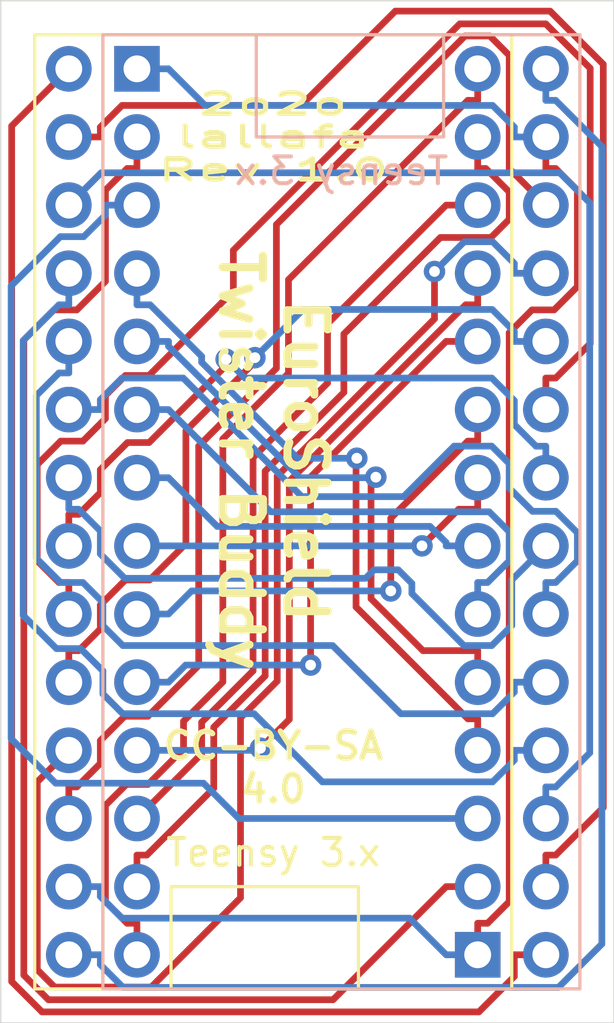
<source format=kicad_pcb>
(kicad_pcb (version 20171130) (host pcbnew "(5.1.5-0-10_14)")

  (general
    (thickness 1.6)
    (drawings 23)
    (tracks 330)
    (zones 0)
    (modules 4)
    (nets 28)
  )

  (page A4)
  (layers
    (0 F.Cu signal hide)
    (31 B.Cu signal hide)
    (32 B.Adhes user hide)
    (33 F.Adhes user hide)
    (34 B.Paste user hide)
    (35 F.Paste user hide)
    (36 B.SilkS user)
    (37 F.SilkS user)
    (38 B.Mask user hide)
    (39 F.Mask user hide)
    (40 Dwgs.User user hide)
    (41 Cmts.User user hide)
    (42 Eco1.User user hide)
    (43 Eco2.User user hide)
    (44 Edge.Cuts user)
    (45 Margin user hide)
    (46 B.CrtYd user hide)
    (47 F.CrtYd user hide)
    (48 B.Fab user hide)
    (49 F.Fab user hide)
  )

  (setup
    (last_trace_width 0.25)
    (user_trace_width 0.254)
    (user_trace_width 0.381)
    (trace_clearance 0.2)
    (zone_clearance 0.508)
    (zone_45_only no)
    (trace_min 0.2)
    (via_size 0.8)
    (via_drill 0.4)
    (via_min_size 0.4)
    (via_min_drill 0.3)
    (uvia_size 0.3)
    (uvia_drill 0.1)
    (uvias_allowed no)
    (uvia_min_size 0.2)
    (uvia_min_drill 0.1)
    (edge_width 0.05)
    (segment_width 0.2)
    (pcb_text_width 0.3)
    (pcb_text_size 1.5 1.5)
    (mod_edge_width 0.12)
    (mod_text_size 1 1)
    (mod_text_width 0.15)
    (pad_size 3.5 3.5)
    (pad_drill 2.2)
    (pad_to_mask_clearance 0.051)
    (solder_mask_min_width 0.25)
    (aux_axis_origin 0 0)
    (visible_elements FFFFFF7F)
    (pcbplotparams
      (layerselection 0x010fc_ffffffff)
      (usegerberextensions false)
      (usegerberattributes false)
      (usegerberadvancedattributes false)
      (creategerberjobfile false)
      (excludeedgelayer true)
      (linewidth 0.100000)
      (plotframeref false)
      (viasonmask false)
      (mode 1)
      (useauxorigin false)
      (hpglpennumber 1)
      (hpglpenspeed 20)
      (hpglpendiameter 15.000000)
      (psnegative false)
      (psa4output false)
      (plotreference true)
      (plotvalue true)
      (plotinvisibletext false)
      (padsonsilk false)
      (subtractmaskfromsilk false)
      (outputformat 1)
      (mirror false)
      (drillshape 0)
      (scaleselection 1)
      (outputdirectory "gerber/"))
  )

  (net 0 "")
  (net 1 /MISO)
  (net 2 /MCLK)
  (net 3 /CS)
  (net 4 /BCLK)
  (net 5 /DSP_RST)
  (net 6 /MOSI)
  (net 7 /LED4)
  (net 8 /LED3)
  (net 9 /LED2)
  (net 10 /LED1)
  (net 11 /BUTTON)
  (net 12 /MIDI_OUT)
  (net 13 /MIDI_IN)
  (net 14 /DOUT)
  (net 15 /SCK)
  (net 16 /DSP_C_S)
  (net 17 /ENC_B)
  (net 18 /ENC_A)
  (net 19 /SDA)
  (net 20 /SCL)
  (net 21 /UP_POT)
  (net 22 /LO_POT)
  (net 23 /DIN)
  (net 24 /LRCLK)
  (net 25 /3.3V)
  (net 26 /VIN)
  (net 27 GND)

  (net_class Default "Dies ist die voreingestellte Netzklasse."
    (clearance 0.2)
    (trace_width 0.25)
    (via_dia 0.8)
    (via_drill 0.4)
    (uvia_dia 0.3)
    (uvia_drill 0.1)
    (add_net /3.3V)
    (add_net /BCLK)
    (add_net /BUTTON)
    (add_net /CS)
    (add_net /DIN)
    (add_net /DOUT)
    (add_net /DSP_C_S)
    (add_net /DSP_RST)
    (add_net /ENC_A)
    (add_net /ENC_B)
    (add_net /LED1)
    (add_net /LED2)
    (add_net /LED3)
    (add_net /LED4)
    (add_net /LO_POT)
    (add_net /LRCLK)
    (add_net /MCLK)
    (add_net /MIDI_IN)
    (add_net /MIDI_OUT)
    (add_net /MISO)
    (add_net /MOSI)
    (add_net /SCK)
    (add_net /SCL)
    (add_net /SDA)
    (add_net /UP_POT)
    (add_net /VIN)
    (add_net GND)
  )

  (module Connector_PinHeader_2.54mm:PinHeader_1x14_P2.54mm_Vertical_NoSilk_NoPin1 (layer F.Cu) (tedit 5F5D18B6) (tstamp 5F80D6E4)
    (at 152.4 71.12)
    (descr "Through hole straight pin header, 1x14, 2.54mm pitch, single row")
    (tags "Through hole pin header THT 1x14 2.54mm single row")
    (path /5F8163AA)
    (fp_text reference J4 (at 0 -2.33) (layer F.SilkS) hide
      (effects (font (size 1 1) (thickness 0.15)))
    )
    (fp_text value T3_Right_B (at 0 35.35) (layer F.Fab)
      (effects (font (size 1 1) (thickness 0.15)))
    )
    (fp_text user %R (at 0 16.51 90) (layer F.Fab)
      (effects (font (size 1 1) (thickness 0.15)))
    )
    (fp_line (start 1.8 -1.8) (end -1.8 -1.8) (layer F.CrtYd) (width 0.05))
    (fp_line (start 1.8 34.8) (end 1.8 -1.8) (layer F.CrtYd) (width 0.05))
    (fp_line (start -1.8 34.8) (end 1.8 34.8) (layer F.CrtYd) (width 0.05))
    (fp_line (start -1.8 -1.8) (end -1.8 34.8) (layer F.CrtYd) (width 0.05))
    (fp_line (start -1.27 -0.635) (end -0.635 -1.27) (layer F.Fab) (width 0.1))
    (fp_line (start -1.27 34.29) (end -1.27 -0.635) (layer F.Fab) (width 0.1))
    (fp_line (start 1.27 34.29) (end -1.27 34.29) (layer F.Fab) (width 0.1))
    (fp_line (start 1.27 -1.27) (end 1.27 34.29) (layer F.Fab) (width 0.1))
    (fp_line (start -0.635 -1.27) (end 1.27 -1.27) (layer F.Fab) (width 0.1))
    (pad 14 thru_hole oval (at 0 33.02) (size 1.7 1.7) (drill 1) (layers *.Cu *.Mask)
      (net 14 /DOUT))
    (pad 13 thru_hole oval (at 0 30.48) (size 1.7 1.7) (drill 1) (layers *.Cu *.Mask)
      (net 15 /SCK))
    (pad 12 thru_hole oval (at 0 27.94) (size 1.7 1.7) (drill 1) (layers *.Cu *.Mask)
      (net 16 /DSP_C_S))
    (pad 11 thru_hole oval (at 0 25.4) (size 1.7 1.7) (drill 1) (layers *.Cu *.Mask)
      (net 17 /ENC_B))
    (pad 10 thru_hole oval (at 0 22.86) (size 1.7 1.7) (drill 1) (layers *.Cu *.Mask)
      (net 18 /ENC_A))
    (pad 9 thru_hole oval (at 0 20.32) (size 1.7 1.7) (drill 1) (layers *.Cu *.Mask)
      (net 19 /SDA))
    (pad 8 thru_hole oval (at 0 17.78) (size 1.7 1.7) (drill 1) (layers *.Cu *.Mask)
      (net 20 /SCL))
    (pad 7 thru_hole oval (at 0 15.24) (size 1.7 1.7) (drill 1) (layers *.Cu *.Mask)
      (net 21 /UP_POT))
    (pad 6 thru_hole oval (at 0 12.7) (size 1.7 1.7) (drill 1) (layers *.Cu *.Mask)
      (net 22 /LO_POT))
    (pad 5 thru_hole oval (at 0 10.16) (size 1.7 1.7) (drill 1) (layers *.Cu *.Mask)
      (net 23 /DIN))
    (pad 4 thru_hole oval (at 0 7.62) (size 1.7 1.7) (drill 1) (layers *.Cu *.Mask)
      (net 24 /LRCLK))
    (pad 3 thru_hole oval (at 0 5.08) (size 1.7 1.7) (drill 1) (layers *.Cu *.Mask)
      (net 25 /3.3V))
    (pad 2 thru_hole oval (at 0 2.54) (size 1.7 1.7) (drill 1) (layers *.Cu *.Mask)
      (net 27 GND))
    (pad 1 thru_hole oval (at 0 0) (size 1.7 1.7) (drill 1) (layers *.Cu *.Mask)
      (net 26 /VIN))
    (model ${KISYS3DMOD}/Connector_PinHeader_2.54mm.3dshapes/PinHeader_1x14_P2.54mm_Vertical.wrl
      (at (xyz 0 0 0))
      (scale (xyz 1 1 1))
      (rotate (xyz 0 0 0))
    )
  )

  (module Connector_PinHeader_2.54mm:PinHeader_1x14_P2.54mm_Vertical_NoSilk (layer F.Cu) (tedit 5F5D18D8) (tstamp 5F80D6C8)
    (at 137.16 71.12)
    (descr "Through hole straight pin header, 1x14, 2.54mm pitch, single row")
    (tags "Through hole pin header THT 1x14 2.54mm single row")
    (path /5F8163A4)
    (fp_text reference J3 (at 0 -2.33) (layer F.SilkS) hide
      (effects (font (size 1 1) (thickness 0.15)))
    )
    (fp_text value T3_Left_B (at 0 35.35) (layer F.Fab) hide
      (effects (font (size 1 1) (thickness 0.15)))
    )
    (fp_line (start -0.635 -1.27) (end 1.27 -1.27) (layer F.Fab) (width 0.1))
    (fp_line (start 1.27 -1.27) (end 1.27 34.29) (layer F.Fab) (width 0.1))
    (fp_line (start 1.27 34.29) (end -1.27 34.29) (layer F.Fab) (width 0.1))
    (fp_line (start -1.27 34.29) (end -1.27 -0.635) (layer F.Fab) (width 0.1))
    (fp_line (start -1.27 -0.635) (end -0.635 -1.27) (layer F.Fab) (width 0.1))
    (fp_line (start -1.8 -1.8) (end -1.8 34.8) (layer F.CrtYd) (width 0.05))
    (fp_line (start -1.8 34.8) (end 1.8 34.8) (layer F.CrtYd) (width 0.05))
    (fp_line (start 1.8 34.8) (end 1.8 -1.8) (layer F.CrtYd) (width 0.05))
    (fp_line (start 1.8 -1.8) (end -1.8 -1.8) (layer F.CrtYd) (width 0.05))
    (fp_text user %R (at 0 16.51 90) (layer F.Fab)
      (effects (font (size 1 1) (thickness 0.15)))
    )
    (pad 1 thru_hole rect (at 0 0) (size 1.7 1.7) (drill 1) (layers *.Cu *.Mask)
      (net 27 GND))
    (pad 2 thru_hole oval (at 0 2.54) (size 1.7 1.7) (drill 1) (layers *.Cu *.Mask)
      (net 13 /MIDI_IN))
    (pad 3 thru_hole oval (at 0 5.08) (size 1.7 1.7) (drill 1) (layers *.Cu *.Mask)
      (net 12 /MIDI_OUT))
    (pad 4 thru_hole oval (at 0 7.62) (size 1.7 1.7) (drill 1) (layers *.Cu *.Mask)
      (net 11 /BUTTON))
    (pad 5 thru_hole oval (at 0 10.16) (size 1.7 1.7) (drill 1) (layers *.Cu *.Mask)
      (net 10 /LED1))
    (pad 6 thru_hole oval (at 0 12.7) (size 1.7 1.7) (drill 1) (layers *.Cu *.Mask)
      (net 9 /LED2))
    (pad 7 thru_hole oval (at 0 15.24) (size 1.7 1.7) (drill 1) (layers *.Cu *.Mask)
      (net 8 /LED3))
    (pad 8 thru_hole oval (at 0 17.78) (size 1.7 1.7) (drill 1) (layers *.Cu *.Mask)
      (net 7 /LED4))
    (pad 9 thru_hole oval (at 0 20.32) (size 1.7 1.7) (drill 1) (layers *.Cu *.Mask)
      (net 6 /MOSI))
    (pad 10 thru_hole oval (at 0 22.86) (size 1.7 1.7) (drill 1) (layers *.Cu *.Mask)
      (net 5 /DSP_RST))
    (pad 11 thru_hole oval (at 0 25.4) (size 1.7 1.7) (drill 1) (layers *.Cu *.Mask)
      (net 4 /BCLK))
    (pad 12 thru_hole oval (at 0 27.94) (size 1.7 1.7) (drill 1) (layers *.Cu *.Mask)
      (net 3 /CS))
    (pad 13 thru_hole oval (at 0 30.48) (size 1.7 1.7) (drill 1) (layers *.Cu *.Mask)
      (net 2 /MCLK))
    (pad 14 thru_hole oval (at 0 33.02) (size 1.7 1.7) (drill 1) (layers *.Cu *.Mask)
      (net 1 /MISO))
    (model ${KISYS3DMOD}/Connector_PinHeader_2.54mm.3dshapes/PinHeader_1x14_P2.54mm_Vertical.wrl
      (at (xyz 0 0 0))
      (scale (xyz 1 1 1))
      (rotate (xyz 0 0 0))
    )
  )

  (module Connector_PinHeader_2.54mm:PinHeader_1x14_P2.54mm_Vertical_NoSilk (layer F.Cu) (tedit 5F5D18D8) (tstamp 5F5F7A49)
    (at 149.86 104.14 180)
    (descr "Through hole straight pin header, 1x14, 2.54mm pitch, single row")
    (tags "Through hole pin header THT 1x14 2.54mm single row")
    (path /5F5FF9D8)
    (fp_text reference J1 (at 0 -2.33) (layer F.SilkS) hide
      (effects (font (size 1 1) (thickness 0.15)))
    )
    (fp_text value T3_Left (at 0 35.35) (layer F.Fab) hide
      (effects (font (size 1 1) (thickness 0.15)))
    )
    (fp_line (start -0.635 -1.27) (end 1.27 -1.27) (layer F.Fab) (width 0.1))
    (fp_line (start 1.27 -1.27) (end 1.27 34.29) (layer F.Fab) (width 0.1))
    (fp_line (start 1.27 34.29) (end -1.27 34.29) (layer F.Fab) (width 0.1))
    (fp_line (start -1.27 34.29) (end -1.27 -0.635) (layer F.Fab) (width 0.1))
    (fp_line (start -1.27 -0.635) (end -0.635 -1.27) (layer F.Fab) (width 0.1))
    (fp_line (start -1.8 -1.8) (end -1.8 34.8) (layer F.CrtYd) (width 0.05))
    (fp_line (start -1.8 34.8) (end 1.8 34.8) (layer F.CrtYd) (width 0.05))
    (fp_line (start 1.8 34.8) (end 1.8 -1.8) (layer F.CrtYd) (width 0.05))
    (fp_line (start 1.8 -1.8) (end -1.8 -1.8) (layer F.CrtYd) (width 0.05))
    (fp_text user %R (at 0 16.51 90) (layer F.Fab)
      (effects (font (size 1 1) (thickness 0.15)))
    )
    (pad 1 thru_hole rect (at 0 0 180) (size 1.7 1.7) (drill 1) (layers *.Cu *.Mask)
      (net 27 GND))
    (pad 2 thru_hole oval (at 0 2.54 180) (size 1.7 1.7) (drill 1) (layers *.Cu *.Mask)
      (net 13 /MIDI_IN))
    (pad 3 thru_hole oval (at 0 5.08 180) (size 1.7 1.7) (drill 1) (layers *.Cu *.Mask)
      (net 12 /MIDI_OUT))
    (pad 4 thru_hole oval (at 0 7.62 180) (size 1.7 1.7) (drill 1) (layers *.Cu *.Mask)
      (net 11 /BUTTON))
    (pad 5 thru_hole oval (at 0 10.16 180) (size 1.7 1.7) (drill 1) (layers *.Cu *.Mask)
      (net 10 /LED1))
    (pad 6 thru_hole oval (at 0 12.7 180) (size 1.7 1.7) (drill 1) (layers *.Cu *.Mask)
      (net 9 /LED2))
    (pad 7 thru_hole oval (at 0 15.24 180) (size 1.7 1.7) (drill 1) (layers *.Cu *.Mask)
      (net 8 /LED3))
    (pad 8 thru_hole oval (at 0 17.78 180) (size 1.7 1.7) (drill 1) (layers *.Cu *.Mask)
      (net 7 /LED4))
    (pad 9 thru_hole oval (at 0 20.32 180) (size 1.7 1.7) (drill 1) (layers *.Cu *.Mask)
      (net 6 /MOSI))
    (pad 10 thru_hole oval (at 0 22.86 180) (size 1.7 1.7) (drill 1) (layers *.Cu *.Mask)
      (net 5 /DSP_RST))
    (pad 11 thru_hole oval (at 0 25.4 180) (size 1.7 1.7) (drill 1) (layers *.Cu *.Mask)
      (net 4 /BCLK))
    (pad 12 thru_hole oval (at 0 27.94 180) (size 1.7 1.7) (drill 1) (layers *.Cu *.Mask)
      (net 3 /CS))
    (pad 13 thru_hole oval (at 0 30.48 180) (size 1.7 1.7) (drill 1) (layers *.Cu *.Mask)
      (net 2 /MCLK))
    (pad 14 thru_hole oval (at 0 33.02 180) (size 1.7 1.7) (drill 1) (layers *.Cu *.Mask)
      (net 1 /MISO))
    (model ${KISYS3DMOD}/Connector_PinHeader_2.54mm.3dshapes/PinHeader_1x14_P2.54mm_Vertical.wrl
      (at (xyz 0 0 0))
      (scale (xyz 1 1 1))
      (rotate (xyz 0 0 0))
    )
  )

  (module Connector_PinHeader_2.54mm:PinHeader_1x14_P2.54mm_Vertical_NoSilk_NoPin1 (layer F.Cu) (tedit 5F5D18B6) (tstamp 5F5F7A6B)
    (at 134.62 104.14 180)
    (descr "Through hole straight pin header, 1x14, 2.54mm pitch, single row")
    (tags "Through hole pin header THT 1x14 2.54mm single row")
    (path /5F601FF7)
    (fp_text reference J2 (at 0 -2.33) (layer F.SilkS) hide
      (effects (font (size 1 1) (thickness 0.15)))
    )
    (fp_text value T3_Right (at 0 35.35) (layer F.Fab)
      (effects (font (size 1 1) (thickness 0.15)))
    )
    (fp_text user %R (at 0 16.51 90) (layer F.Fab)
      (effects (font (size 1 1) (thickness 0.15)))
    )
    (fp_line (start 1.8 -1.8) (end -1.8 -1.8) (layer F.CrtYd) (width 0.05))
    (fp_line (start 1.8 34.8) (end 1.8 -1.8) (layer F.CrtYd) (width 0.05))
    (fp_line (start -1.8 34.8) (end 1.8 34.8) (layer F.CrtYd) (width 0.05))
    (fp_line (start -1.8 -1.8) (end -1.8 34.8) (layer F.CrtYd) (width 0.05))
    (fp_line (start -1.27 -0.635) (end -0.635 -1.27) (layer F.Fab) (width 0.1))
    (fp_line (start -1.27 34.29) (end -1.27 -0.635) (layer F.Fab) (width 0.1))
    (fp_line (start 1.27 34.29) (end -1.27 34.29) (layer F.Fab) (width 0.1))
    (fp_line (start 1.27 -1.27) (end 1.27 34.29) (layer F.Fab) (width 0.1))
    (fp_line (start -0.635 -1.27) (end 1.27 -1.27) (layer F.Fab) (width 0.1))
    (pad 14 thru_hole oval (at 0 33.02 180) (size 1.7 1.7) (drill 1) (layers *.Cu *.Mask)
      (net 14 /DOUT))
    (pad 13 thru_hole oval (at 0 30.48 180) (size 1.7 1.7) (drill 1) (layers *.Cu *.Mask)
      (net 15 /SCK))
    (pad 12 thru_hole oval (at 0 27.94 180) (size 1.7 1.7) (drill 1) (layers *.Cu *.Mask)
      (net 16 /DSP_C_S))
    (pad 11 thru_hole oval (at 0 25.4 180) (size 1.7 1.7) (drill 1) (layers *.Cu *.Mask)
      (net 17 /ENC_B))
    (pad 10 thru_hole oval (at 0 22.86 180) (size 1.7 1.7) (drill 1) (layers *.Cu *.Mask)
      (net 18 /ENC_A))
    (pad 9 thru_hole oval (at 0 20.32 180) (size 1.7 1.7) (drill 1) (layers *.Cu *.Mask)
      (net 19 /SDA))
    (pad 8 thru_hole oval (at 0 17.78 180) (size 1.7 1.7) (drill 1) (layers *.Cu *.Mask)
      (net 20 /SCL))
    (pad 7 thru_hole oval (at 0 15.24 180) (size 1.7 1.7) (drill 1) (layers *.Cu *.Mask)
      (net 21 /UP_POT))
    (pad 6 thru_hole oval (at 0 12.7 180) (size 1.7 1.7) (drill 1) (layers *.Cu *.Mask)
      (net 22 /LO_POT))
    (pad 5 thru_hole oval (at 0 10.16 180) (size 1.7 1.7) (drill 1) (layers *.Cu *.Mask)
      (net 23 /DIN))
    (pad 4 thru_hole oval (at 0 7.62 180) (size 1.7 1.7) (drill 1) (layers *.Cu *.Mask)
      (net 24 /LRCLK))
    (pad 3 thru_hole oval (at 0 5.08 180) (size 1.7 1.7) (drill 1) (layers *.Cu *.Mask)
      (net 25 /3.3V))
    (pad 2 thru_hole oval (at 0 2.54 180) (size 1.7 1.7) (drill 1) (layers *.Cu *.Mask)
      (net 27 GND))
    (pad 1 thru_hole oval (at 0 0 180) (size 1.7 1.7) (drill 1) (layers *.Cu *.Mask)
      (net 26 /VIN))
    (model ${KISYS3DMOD}/Connector_PinHeader_2.54mm.3dshapes/PinHeader_1x14_P2.54mm_Vertical.wrl
      (at (xyz 0 0 0))
      (scale (xyz 1 1 1))
      (rotate (xyz 0 0 0))
    )
  )

  (gr_text "CC-BY-SA\n4.0" (at 142.24 97.155) (layer F.SilkS)
    (effects (font (size 1 1) (thickness 0.2)))
  )
  (gr_line (start 135.89 69.85) (end 153.67 69.85) (layer B.SilkS) (width 0.12) (tstamp 5F80D7B1))
  (gr_line (start 153.67 69.85) (end 153.67 105.41) (layer B.SilkS) (width 0.12) (tstamp 5F80D7B0))
  (gr_line (start 153.67 105.41) (end 135.89 105.41) (layer B.SilkS) (width 0.12) (tstamp 5F80D7AF))
  (gr_line (start 135.89 105.41) (end 135.89 69.85) (layer B.SilkS) (width 0.12) (tstamp 5F80D7AE))
  (gr_line (start 141.605 69.85) (end 141.605 73.66) (layer B.SilkS) (width 0.12) (tstamp 5F80D7AD))
  (gr_line (start 141.605 73.66) (end 148.59 73.66) (layer B.SilkS) (width 0.12) (tstamp 5F80D7AC))
  (gr_line (start 148.59 73.66) (end 148.59 69.85) (layer B.SilkS) (width 0.12) (tstamp 5F80D7AB))
  (gr_text "Teensy 3.x\n" (at 144.78 74.93) (layer B.SilkS) (tstamp 5F80D7AA)
    (effects (font (size 1 1) (thickness 0.15)) (justify mirror))
  )
  (gr_line (start 132.08 106.68) (end 154.94 106.68) (layer Edge.Cuts) (width 0.05))
  (gr_text "EuroShield\nTwister Buddy" (at 142.24 85.725 270) (layer F.SilkS)
    (effects (font (size 1.5 1.5) (thickness 0.3)))
  )
  (gr_text "2o2o\nlallafa\nRev 1.0" (at 142.24 73.66) (layer F.SilkS)
    (effects (font (size 0.762 1.5) (thickness 0.1905)))
  )
  (gr_text "Teensy 3.x\n" (at 142.24 100.33) (layer F.SilkS)
    (effects (font (size 1 1) (thickness 0.15)))
  )
  (gr_line (start 138.43 101.6) (end 138.43 105.41) (layer F.SilkS) (width 0.12))
  (gr_line (start 145.415 101.6) (end 138.43 101.6) (layer F.SilkS) (width 0.12))
  (gr_line (start 145.415 105.41) (end 145.415 101.6) (layer F.SilkS) (width 0.12))
  (gr_line (start 151.13 69.85) (end 151.13 105.41) (layer F.SilkS) (width 0.12) (tstamp 5F65406F))
  (gr_line (start 133.35 69.85) (end 151.13 69.85) (layer F.SilkS) (width 0.12))
  (gr_line (start 133.35 105.41) (end 133.35 69.85) (layer F.SilkS) (width 0.12))
  (gr_line (start 151.13 105.41) (end 133.35 105.41) (layer F.SilkS) (width 0.12) (tstamp 5F653CD7))
  (gr_line (start 132.08 106.68) (end 132.08 68.58) (angle 90) (layer Edge.Cuts) (width 0.05))
  (gr_line (start 154.94 68.58) (end 154.94 106.68) (angle 90) (layer Edge.Cuts) (width 0.05))
  (gr_line (start 132.08 68.58) (end 154.94 68.58) (angle 90) (layer Edge.Cuts) (width 0.05))

  (segment (start 149.86 72.2953) (end 149.4927 72.2953) (width 0.25) (layer F.Cu) (net 1))
  (segment (start 149.4927 72.2953) (end 142.8077 78.9803) (width 0.25) (layer F.Cu) (net 1))
  (segment (start 142.8077 78.9803) (end 142.8077 82.468) (width 0.25) (layer F.Cu) (net 1))
  (segment (start 142.8077 82.468) (end 140.3616 84.9141) (width 0.25) (layer F.Cu) (net 1))
  (segment (start 140.3616 84.9141) (end 140.3616 93.9692) (width 0.25) (layer F.Cu) (net 1))
  (segment (start 140.3616 93.9692) (end 138.8963 95.4345) (width 0.25) (layer F.Cu) (net 1))
  (segment (start 138.8963 95.4345) (end 138.8963 96.4668) (width 0.25) (layer F.Cu) (net 1))
  (segment (start 138.8963 96.4668) (end 137.5731 97.79) (width 0.25) (layer F.Cu) (net 1))
  (segment (start 137.5731 97.79) (end 136.7657 97.79) (width 0.25) (layer F.Cu) (net 1))
  (segment (start 136.7657 97.79) (end 135.9847 98.571) (width 0.25) (layer F.Cu) (net 1))
  (segment (start 135.9847 98.571) (end 135.9847 102.1568) (width 0.25) (layer F.Cu) (net 1))
  (segment (start 135.9847 102.1568) (end 136.7926 102.9647) (width 0.25) (layer F.Cu) (net 1))
  (segment (start 136.7926 102.9647) (end 137.16 102.9647) (width 0.25) (layer F.Cu) (net 1))
  (segment (start 149.86 71.12) (end 149.86 72.2953) (width 0.25) (layer F.Cu) (net 1))
  (segment (start 137.16 104.14) (end 137.16 102.9647) (width 0.25) (layer F.Cu) (net 1))
  (segment (start 137.16 100.4247) (end 137.5273 100.4247) (width 0.25) (layer F.Cu) (net 2))
  (segment (start 137.5273 100.4247) (end 140.022 97.93) (width 0.25) (layer F.Cu) (net 2))
  (segment (start 140.022 97.93) (end 140.022 95.6594) (width 0.25) (layer F.Cu) (net 2))
  (segment (start 140.022 95.6594) (end 141.9378 93.7436) (width 0.25) (layer F.Cu) (net 2))
  (segment (start 141.9378 93.7436) (end 141.9378 86.1138) (width 0.25) (layer F.Cu) (net 2))
  (segment (start 141.9378 86.1138) (end 144.8716 83.18) (width 0.25) (layer F.Cu) (net 2))
  (segment (start 144.8716 83.18) (end 144.8716 81.0049) (width 0.25) (layer F.Cu) (net 2))
  (segment (start 144.8716 81.0049) (end 148.471 77.4055) (width 0.25) (layer F.Cu) (net 2))
  (segment (start 148.471 77.4055) (end 150.3555 77.4055) (width 0.25) (layer F.Cu) (net 2))
  (segment (start 150.3555 77.4055) (end 151.0354 76.7256) (width 0.25) (layer F.Cu) (net 2))
  (segment (start 151.0354 76.7256) (end 151.0354 75.7078) (width 0.25) (layer F.Cu) (net 2))
  (segment (start 151.0354 75.7078) (end 150.1629 74.8353) (width 0.25) (layer F.Cu) (net 2))
  (segment (start 150.1629 74.8353) (end 149.86 74.8353) (width 0.25) (layer F.Cu) (net 2))
  (segment (start 137.16 101.6) (end 137.16 100.4247) (width 0.25) (layer F.Cu) (net 2))
  (segment (start 149.86 73.66) (end 149.86 74.8353) (width 0.25) (layer F.Cu) (net 2))
  (segment (start 149.86 76.2) (end 148.6847 76.2) (width 0.25) (layer F.Cu) (net 3))
  (segment (start 148.6847 76.2) (end 144.2622 80.6225) (width 0.25) (layer F.Cu) (net 3))
  (segment (start 144.2622 80.6225) (end 144.2622 82.8342) (width 0.25) (layer F.Cu) (net 3))
  (segment (start 144.2622 82.8342) (end 141.4874 85.609) (width 0.25) (layer F.Cu) (net 3))
  (segment (start 141.4874 85.609) (end 141.4874 93.5571) (width 0.25) (layer F.Cu) (net 3))
  (segment (start 141.4874 93.5571) (end 139.5716 95.4729) (width 0.25) (layer F.Cu) (net 3))
  (segment (start 139.5716 95.4729) (end 139.5716 96.6484) (width 0.25) (layer F.Cu) (net 3))
  (segment (start 139.5716 96.6484) (end 137.16 99.06) (width 0.25) (layer F.Cu) (net 3))
  (segment (start 141.7627 96.4414) (end 142.8386 95.3655) (width 0.25) (layer F.Cu) (net 4))
  (segment (start 142.8386 95.3655) (end 142.8386 86.4868) (width 0.25) (layer F.Cu) (net 4))
  (segment (start 142.8386 86.4868) (end 149.4101 79.9153) (width 0.25) (layer F.Cu) (net 4))
  (segment (start 149.4101 79.9153) (end 149.86 79.9153) (width 0.25) (layer F.Cu) (net 4))
  (segment (start 138.3353 96.52) (end 141.6841 96.52) (width 0.25) (layer B.Cu) (net 4))
  (segment (start 141.6841 96.52) (end 141.7627 96.4414) (width 0.25) (layer B.Cu) (net 4))
  (segment (start 137.16 96.52) (end 138.3353 96.52) (width 0.25) (layer B.Cu) (net 4))
  (segment (start 149.86 78.74) (end 149.86 79.9153) (width 0.25) (layer F.Cu) (net 4))
  (via (at 141.7627 96.4414) (size 0.8) (layers F.Cu B.Cu) (net 4))
  (segment (start 143.6317 93.3424) (end 143.6317 86.3306) (width 0.25) (layer F.Cu) (net 5))
  (segment (start 143.6317 86.3306) (end 148.6823 81.28) (width 0.25) (layer F.Cu) (net 5))
  (segment (start 148.6823 81.28) (end 148.6847 81.28) (width 0.25) (layer F.Cu) (net 5))
  (segment (start 138.3353 93.98) (end 138.9729 93.3424) (width 0.25) (layer B.Cu) (net 5))
  (segment (start 138.9729 93.3424) (end 143.6317 93.3424) (width 0.25) (layer B.Cu) (net 5))
  (segment (start 137.16 93.98) (end 138.3353 93.98) (width 0.25) (layer B.Cu) (net 5))
  (segment (start 149.86 81.28) (end 148.6847 81.28) (width 0.25) (layer F.Cu) (net 5))
  (via (at 143.6317 93.3424) (size 0.8) (layers F.Cu B.Cu) (net 5))
  (segment (start 137.16 91.44) (end 138.3353 91.44) (width 0.25) (layer B.Cu) (net 6))
  (segment (start 149.86 83.82) (end 149.86 84.9953) (width 0.25) (layer F.Cu) (net 6))
  (segment (start 146.6202 90.5793) (end 139.196 90.5793) (width 0.25) (layer B.Cu) (net 6))
  (segment (start 139.196 90.5793) (end 138.3353 91.44) (width 0.25) (layer B.Cu) (net 6))
  (segment (start 149.86 84.9953) (end 149.4927 84.9953) (width 0.25) (layer F.Cu) (net 6))
  (segment (start 149.4927 84.9953) (end 146.6202 87.8678) (width 0.25) (layer F.Cu) (net 6))
  (segment (start 146.6202 87.8678) (end 146.6202 90.5793) (width 0.25) (layer F.Cu) (net 6))
  (via (at 146.6202 90.5793) (size 0.8) (layers F.Cu B.Cu) (net 6))
  (segment (start 147.7836 88.9) (end 138.3353 88.9) (width 0.25) (layer B.Cu) (net 7))
  (segment (start 149.86 87.5353) (end 149.1483 87.5353) (width 0.25) (layer F.Cu) (net 7))
  (segment (start 149.1483 87.5353) (end 147.7836 88.9) (width 0.25) (layer F.Cu) (net 7))
  (segment (start 137.16 88.9) (end 138.3353 88.9) (width 0.25) (layer B.Cu) (net 7))
  (segment (start 149.86 86.36) (end 149.86 87.5353) (width 0.25) (layer F.Cu) (net 7))
  (via (at 147.7836 88.9) (size 0.8) (layers F.Cu B.Cu) (net 7))
  (segment (start 148.6847 88.9) (end 148.6847 88.7753) (width 0.25) (layer B.Cu) (net 8))
  (segment (start 148.6847 88.7753) (end 148.0841 88.1747) (width 0.25) (layer B.Cu) (net 8))
  (segment (start 148.0841 88.1747) (end 140.15 88.1747) (width 0.25) (layer B.Cu) (net 8))
  (segment (start 140.15 88.1747) (end 138.3353 86.36) (width 0.25) (layer B.Cu) (net 8))
  (segment (start 137.16 86.36) (end 138.3353 86.36) (width 0.25) (layer B.Cu) (net 8))
  (segment (start 149.86 88.9) (end 148.6847 88.9) (width 0.25) (layer B.Cu) (net 8))
  (segment (start 149.86 90.2647) (end 150.2273 90.2647) (width 0.25) (layer B.Cu) (net 9))
  (segment (start 150.2273 90.2647) (end 151.0354 89.4566) (width 0.25) (layer B.Cu) (net 9))
  (segment (start 151.0354 89.4566) (end 151.0354 88.3744) (width 0.25) (layer B.Cu) (net 9))
  (segment (start 151.0354 88.3744) (end 150.291 87.63) (width 0.25) (layer B.Cu) (net 9))
  (segment (start 150.291 87.63) (end 142.1453 87.63) (width 0.25) (layer B.Cu) (net 9))
  (segment (start 142.1453 87.63) (end 138.3353 83.82) (width 0.25) (layer B.Cu) (net 9))
  (segment (start 137.16 83.82) (end 138.3353 83.82) (width 0.25) (layer B.Cu) (net 9))
  (segment (start 149.86 91.44) (end 149.86 90.2647) (width 0.25) (layer B.Cu) (net 9))
  (segment (start 138.3353 81.28) (end 138.3353 81.4591) (width 0.25) (layer B.Cu) (net 10))
  (segment (start 138.3353 81.4591) (end 143.2356 86.3594) (width 0.25) (layer B.Cu) (net 10))
  (segment (start 143.2356 86.3594) (end 146.0437 86.3594) (width 0.25) (layer B.Cu) (net 10))
  (segment (start 146.0437 86.3594) (end 146.0637 86.3394) (width 0.25) (layer B.Cu) (net 10))
  (segment (start 149.86 92.8047) (end 147.8199 92.8047) (width 0.25) (layer F.Cu) (net 10))
  (segment (start 147.8199 92.8047) (end 145.885 90.8698) (width 0.25) (layer F.Cu) (net 10))
  (segment (start 145.885 90.8698) (end 145.885 86.5181) (width 0.25) (layer F.Cu) (net 10))
  (segment (start 145.885 86.5181) (end 146.0637 86.3394) (width 0.25) (layer F.Cu) (net 10))
  (segment (start 149.86 93.98) (end 149.86 92.8047) (width 0.25) (layer F.Cu) (net 10))
  (segment (start 137.16 81.28) (end 138.3353 81.28) (width 0.25) (layer B.Cu) (net 10))
  (via (at 146.0637 86.3394) (size 0.8) (layers F.Cu B.Cu) (net 10))
  (segment (start 149.86 95.3447) (end 149.4927 95.3447) (width 0.25) (layer F.Cu) (net 11))
  (segment (start 149.4927 95.3447) (end 145.3256 91.1776) (width 0.25) (layer F.Cu) (net 11))
  (segment (start 145.3256 91.1776) (end 145.3256 85.6626) (width 0.25) (layer F.Cu) (net 11))
  (segment (start 145.3256 85.6626) (end 145.3541 85.6341) (width 0.25) (layer F.Cu) (net 11))
  (segment (start 137.16 79.9153) (end 137.6516 79.9153) (width 0.25) (layer B.Cu) (net 11))
  (segment (start 137.6516 79.9153) (end 139.571 81.8347) (width 0.25) (layer B.Cu) (net 11))
  (segment (start 139.571 81.8347) (end 139.571 82.0579) (width 0.25) (layer B.Cu) (net 11))
  (segment (start 139.571 82.0579) (end 143.1472 85.6341) (width 0.25) (layer B.Cu) (net 11))
  (segment (start 143.1472 85.6341) (end 145.3541 85.6341) (width 0.25) (layer B.Cu) (net 11))
  (segment (start 137.16 78.74) (end 137.16 79.9153) (width 0.25) (layer B.Cu) (net 11))
  (segment (start 149.86 96.52) (end 149.86 95.3447) (width 0.25) (layer F.Cu) (net 11))
  (via (at 145.3541 85.6341) (size 0.8) (layers F.Cu B.Cu) (net 11))
  (segment (start 137.16 76.2) (end 135.9847 76.2) (width 0.25) (layer B.Cu) (net 12))
  (segment (start 149.86 99.06) (end 140.9571 99.06) (width 0.25) (layer B.Cu) (net 12))
  (segment (start 140.9571 99.06) (end 139.6418 97.7447) (width 0.25) (layer B.Cu) (net 12))
  (segment (start 139.6418 97.7447) (end 134.1294 97.7447) (width 0.25) (layer B.Cu) (net 12))
  (segment (start 134.1294 97.7447) (end 132.4693 96.0846) (width 0.25) (layer B.Cu) (net 12))
  (segment (start 132.4693 96.0846) (end 132.4693 79.2109) (width 0.25) (layer B.Cu) (net 12))
  (segment (start 132.4693 79.2109) (end 134.3049 77.3753) (width 0.25) (layer B.Cu) (net 12))
  (segment (start 134.3049 77.3753) (end 135.1768 77.3753) (width 0.25) (layer B.Cu) (net 12))
  (segment (start 135.1768 77.3753) (end 135.9847 76.5674) (width 0.25) (layer B.Cu) (net 12))
  (segment (start 135.9847 76.5674) (end 135.9847 76.2) (width 0.25) (layer B.Cu) (net 12))
  (segment (start 148.6847 101.6) (end 144.4692 105.8155) (width 0.25) (layer F.Cu) (net 13))
  (segment (start 144.4692 105.8155) (end 133.86 105.8155) (width 0.25) (layer F.Cu) (net 13))
  (segment (start 133.86 105.8155) (end 132.943 104.8985) (width 0.25) (layer F.Cu) (net 13))
  (segment (start 132.943 104.8985) (end 132.943 81.2227) (width 0.25) (layer F.Cu) (net 13))
  (segment (start 132.943 81.2227) (end 134.0611 80.1046) (width 0.25) (layer F.Cu) (net 13))
  (segment (start 134.0611 80.1046) (end 134.9196 80.1046) (width 0.25) (layer F.Cu) (net 13))
  (segment (start 134.9196 80.1046) (end 135.9847 79.0395) (width 0.25) (layer F.Cu) (net 13))
  (segment (start 135.9847 79.0395) (end 135.9847 75.6432) (width 0.25) (layer F.Cu) (net 13))
  (segment (start 135.9847 75.6432) (end 136.7926 74.8353) (width 0.25) (layer F.Cu) (net 13))
  (segment (start 136.7926 74.8353) (end 137.16 74.8353) (width 0.25) (layer F.Cu) (net 13))
  (segment (start 137.16 73.66) (end 137.16 74.8353) (width 0.25) (layer F.Cu) (net 13))
  (segment (start 149.86 101.6) (end 148.6847 101.6) (width 0.25) (layer F.Cu) (net 13))
  (segment (start 152.4 104.14) (end 151.2247 104.14) (width 0.25) (layer F.Cu) (net 14))
  (segment (start 134.62 71.12) (end 132.4906 73.2494) (width 0.25) (layer F.Cu) (net 14))
  (segment (start 132.4906 73.2494) (end 132.4906 105.1383) (width 0.25) (layer F.Cu) (net 14))
  (segment (start 132.4906 105.1383) (end 133.6215 106.2692) (width 0.25) (layer F.Cu) (net 14))
  (segment (start 133.6215 106.2692) (end 149.9035 106.2692) (width 0.25) (layer F.Cu) (net 14))
  (segment (start 149.9035 106.2692) (end 151.2247 104.948) (width 0.25) (layer F.Cu) (net 14))
  (segment (start 151.2247 104.948) (end 151.2247 104.14) (width 0.25) (layer F.Cu) (net 14))
  (segment (start 152.4 101.6) (end 152.4 100.4247) (width 0.25) (layer F.Cu) (net 15))
  (segment (start 134.62 73.66) (end 135.7953 73.66) (width 0.25) (layer F.Cu) (net 15))
  (segment (start 135.7953 73.66) (end 135.7953 73.2926) (width 0.25) (layer F.Cu) (net 15))
  (segment (start 135.7953 73.2926) (end 136.6032 72.4847) (width 0.25) (layer F.Cu) (net 15))
  (segment (start 136.6032 72.4847) (end 143.2744 72.4847) (width 0.25) (layer F.Cu) (net 15))
  (segment (start 143.2744 72.4847) (end 146.7904 68.9687) (width 0.25) (layer F.Cu) (net 15))
  (segment (start 146.7904 68.9687) (end 152.5588 68.9687) (width 0.25) (layer F.Cu) (net 15))
  (segment (start 152.5588 68.9687) (end 154.5403 70.9502) (width 0.25) (layer F.Cu) (net 15))
  (segment (start 154.5403 70.9502) (end 154.5403 98.6517) (width 0.25) (layer F.Cu) (net 15))
  (segment (start 154.5403 98.6517) (end 152.7673 100.4247) (width 0.25) (layer F.Cu) (net 15))
  (segment (start 152.7673 100.4247) (end 152.4 100.4247) (width 0.25) (layer F.Cu) (net 15))
  (segment (start 152.4 99.06) (end 152.4 97.8847) (width 0.25) (layer B.Cu) (net 16))
  (segment (start 134.62 76.2) (end 135.8251 74.9949) (width 0.25) (layer B.Cu) (net 16))
  (segment (start 135.8251 74.9949) (end 152.9187 74.9949) (width 0.25) (layer B.Cu) (net 16))
  (segment (start 152.9187 74.9949) (end 154.0356 76.1118) (width 0.25) (layer B.Cu) (net 16))
  (segment (start 154.0356 76.1118) (end 154.0356 96.6164) (width 0.25) (layer B.Cu) (net 16))
  (segment (start 154.0356 96.6164) (end 152.7673 97.8847) (width 0.25) (layer B.Cu) (net 16))
  (segment (start 152.7673 97.8847) (end 152.4 97.8847) (width 0.25) (layer B.Cu) (net 16))
  (segment (start 152.4 96.52) (end 151.2247 96.52) (width 0.25) (layer B.Cu) (net 17))
  (segment (start 134.62 78.74) (end 134.62 79.9153) (width 0.25) (layer B.Cu) (net 17))
  (segment (start 134.62 79.9153) (end 134.2527 79.9153) (width 0.25) (layer B.Cu) (net 17))
  (segment (start 134.2527 79.9153) (end 132.9197 81.2483) (width 0.25) (layer B.Cu) (net 17))
  (segment (start 132.9197 81.2483) (end 132.9197 91.4906) (width 0.25) (layer B.Cu) (net 17))
  (segment (start 132.9197 91.4906) (end 134.1576 92.7285) (width 0.25) (layer B.Cu) (net 17))
  (segment (start 134.1576 92.7285) (end 135.0601 92.7285) (width 0.25) (layer B.Cu) (net 17))
  (segment (start 135.0601 92.7285) (end 135.89 93.5584) (width 0.25) (layer B.Cu) (net 17))
  (segment (start 135.89 93.5584) (end 135.89 94.4157) (width 0.25) (layer B.Cu) (net 17))
  (segment (start 135.89 94.4157) (end 136.6296 95.1553) (width 0.25) (layer B.Cu) (net 17))
  (segment (start 136.6296 95.1553) (end 141.5278 95.1553) (width 0.25) (layer B.Cu) (net 17))
  (segment (start 141.5278 95.1553) (end 144.0678 97.6953) (width 0.25) (layer B.Cu) (net 17))
  (segment (start 144.0678 97.6953) (end 150.4168 97.6953) (width 0.25) (layer B.Cu) (net 17))
  (segment (start 150.4168 97.6953) (end 151.2247 96.8874) (width 0.25) (layer B.Cu) (net 17))
  (segment (start 151.2247 96.8874) (end 151.2247 96.52) (width 0.25) (layer B.Cu) (net 17))
  (segment (start 134.62 82.4553) (end 134.2527 82.4553) (width 0.25) (layer B.Cu) (net 18))
  (segment (start 134.2527 82.4553) (end 133.4089 83.2991) (width 0.25) (layer B.Cu) (net 18))
  (segment (start 133.4089 83.2991) (end 133.4089 89.3603) (width 0.25) (layer B.Cu) (net 18))
  (segment (start 133.4089 89.3603) (end 134.3132 90.2646) (width 0.25) (layer B.Cu) (net 18))
  (segment (start 134.3132 90.2646) (end 135.1456 90.2646) (width 0.25) (layer B.Cu) (net 18))
  (segment (start 135.1456 90.2646) (end 135.89 91.009) (width 0.25) (layer B.Cu) (net 18))
  (segment (start 135.89 91.009) (end 135.89 91.8722) (width 0.25) (layer B.Cu) (net 18))
  (segment (start 135.89 91.8722) (end 136.6331 92.6153) (width 0.25) (layer B.Cu) (net 18))
  (segment (start 136.6331 92.6153) (end 144.4524 92.6153) (width 0.25) (layer B.Cu) (net 18))
  (segment (start 144.4524 92.6153) (end 146.9924 95.1553) (width 0.25) (layer B.Cu) (net 18))
  (segment (start 146.9924 95.1553) (end 150.4168 95.1553) (width 0.25) (layer B.Cu) (net 18))
  (segment (start 150.4168 95.1553) (end 151.2247 94.3474) (width 0.25) (layer B.Cu) (net 18))
  (segment (start 151.2247 94.3474) (end 151.2247 93.98) (width 0.25) (layer B.Cu) (net 18))
  (segment (start 152.4 93.98) (end 151.2247 93.98) (width 0.25) (layer B.Cu) (net 18))
  (segment (start 134.62 81.28) (end 134.62 82.4553) (width 0.25) (layer B.Cu) (net 18))
  (segment (start 135.7953 83.82) (end 135.7953 83.4526) (width 0.25) (layer B.Cu) (net 19))
  (segment (start 135.7953 83.4526) (end 136.6032 82.6447) (width 0.25) (layer B.Cu) (net 19))
  (segment (start 136.6032 82.6447) (end 138.884 82.6447) (width 0.25) (layer B.Cu) (net 19))
  (segment (start 138.884 82.6447) (end 143.304 87.0647) (width 0.25) (layer B.Cu) (net 19))
  (segment (start 143.304 87.0647) (end 147.0984 87.0647) (width 0.25) (layer B.Cu) (net 19))
  (segment (start 147.0984 87.0647) (end 148.9815 85.1816) (width 0.25) (layer B.Cu) (net 19))
  (segment (start 148.9815 85.1816) (end 150.3826 85.1816) (width 0.25) (layer B.Cu) (net 19))
  (segment (start 150.3826 85.1816) (end 151.0354 85.8344) (width 0.25) (layer B.Cu) (net 19))
  (segment (start 151.0354 85.8344) (end 151.0354 86.7456) (width 0.25) (layer B.Cu) (net 19))
  (segment (start 151.0354 86.7456) (end 151.9019 87.6121) (width 0.25) (layer B.Cu) (net 19))
  (segment (start 151.9019 87.6121) (end 152.7764 87.6121) (width 0.25) (layer B.Cu) (net 19))
  (segment (start 152.7764 87.6121) (end 153.5753 88.411) (width 0.25) (layer B.Cu) (net 19))
  (segment (start 153.5753 88.411) (end 153.5753 89.4568) (width 0.25) (layer B.Cu) (net 19))
  (segment (start 153.5753 89.4568) (end 152.7674 90.2647) (width 0.25) (layer B.Cu) (net 19))
  (segment (start 152.7674 90.2647) (end 152.4 90.2647) (width 0.25) (layer B.Cu) (net 19))
  (segment (start 152.4 91.44) (end 152.4 90.2647) (width 0.25) (layer B.Cu) (net 19))
  (segment (start 134.62 83.82) (end 135.7953 83.82) (width 0.25) (layer B.Cu) (net 19))
  (segment (start 152.4 88.9) (end 151.13 90.17) (width 0.25) (layer B.Cu) (net 20))
  (segment (start 151.13 90.17) (end 151.13 91.871) (width 0.25) (layer B.Cu) (net 20))
  (segment (start 151.13 91.871) (end 150.3856 92.6154) (width 0.25) (layer B.Cu) (net 20))
  (segment (start 150.3856 92.6154) (end 149.3464 92.6154) (width 0.25) (layer B.Cu) (net 20))
  (segment (start 149.3464 92.6154) (end 147.4069 90.6759) (width 0.25) (layer B.Cu) (net 20))
  (segment (start 147.4069 90.6759) (end 147.4069 90.2997) (width 0.25) (layer B.Cu) (net 20))
  (segment (start 147.4069 90.2997) (end 146.8998 89.7926) (width 0.25) (layer B.Cu) (net 20))
  (segment (start 146.8998 89.7926) (end 145.9963 89.7926) (width 0.25) (layer B.Cu) (net 20))
  (segment (start 145.9963 89.7926) (end 145.6796 90.1093) (width 0.25) (layer B.Cu) (net 20))
  (segment (start 145.6796 90.1093) (end 136.7051 90.1093) (width 0.25) (layer B.Cu) (net 20))
  (segment (start 136.7051 90.1093) (end 135.7953 89.1995) (width 0.25) (layer B.Cu) (net 20))
  (segment (start 135.7953 89.1995) (end 135.7953 88.3432) (width 0.25) (layer B.Cu) (net 20))
  (segment (start 135.7953 88.3432) (end 134.9874 87.5353) (width 0.25) (layer B.Cu) (net 20))
  (segment (start 134.9874 87.5353) (end 134.62 87.5353) (width 0.25) (layer B.Cu) (net 20))
  (segment (start 134.62 86.36) (end 134.62 87.5353) (width 0.25) (layer B.Cu) (net 20))
  (segment (start 134.62 87.7247) (end 134.9874 87.7247) (width 0.25) (layer F.Cu) (net 21))
  (segment (start 134.9874 87.7247) (end 135.7953 86.9168) (width 0.25) (layer F.Cu) (net 21))
  (segment (start 135.7953 86.9168) (end 135.7953 86.0605) (width 0.25) (layer F.Cu) (net 21))
  (segment (start 135.7953 86.0605) (end 136.8069 85.0489) (width 0.25) (layer F.Cu) (net 21))
  (segment (start 136.8069 85.0489) (end 137.6117 85.0489) (width 0.25) (layer F.Cu) (net 21))
  (segment (start 137.6117 85.0489) (end 140.4839 82.1767) (width 0.25) (layer F.Cu) (net 21))
  (segment (start 140.4839 82.1767) (end 140.4839 81.9452) (width 0.25) (layer F.Cu) (net 21))
  (segment (start 140.4839 81.9452) (end 140.484 81.9452) (width 0.25) (layer F.Cu) (net 21))
  (segment (start 140.484 81.9452) (end 141.1834 82.6446) (width 0.25) (layer B.Cu) (net 21))
  (segment (start 141.1834 82.6446) (end 150.3856 82.6446) (width 0.25) (layer B.Cu) (net 21))
  (segment (start 150.3856 82.6446) (end 151.2247 83.4837) (width 0.25) (layer B.Cu) (net 21))
  (segment (start 151.2247 83.4837) (end 151.2247 84.3768) (width 0.25) (layer B.Cu) (net 21))
  (segment (start 151.2247 84.3768) (end 152.0326 85.1847) (width 0.25) (layer B.Cu) (net 21))
  (segment (start 152.0326 85.1847) (end 152.4 85.1847) (width 0.25) (layer B.Cu) (net 21))
  (segment (start 152.4 86.36) (end 152.4 85.1847) (width 0.25) (layer B.Cu) (net 21))
  (segment (start 134.62 88.9) (end 134.62 87.7247) (width 0.25) (layer F.Cu) (net 21))
  (via (at 140.484 81.9452) (size 0.8) (layers F.Cu B.Cu) (net 21))
  (segment (start 134.62 90.2647) (end 134.2527 90.2647) (width 0.25) (layer F.Cu) (net 22))
  (segment (start 134.2527 90.2647) (end 133.4412 89.4532) (width 0.25) (layer F.Cu) (net 22))
  (segment (start 133.4412 89.4532) (end 133.4412 85.8719) (width 0.25) (layer F.Cu) (net 22))
  (segment (start 133.4412 85.8719) (end 134.3177 84.9954) (width 0.25) (layer F.Cu) (net 22))
  (segment (start 134.3177 84.9954) (end 135.1456 84.9954) (width 0.25) (layer F.Cu) (net 22))
  (segment (start 135.1456 84.9954) (end 135.9846 84.1564) (width 0.25) (layer F.Cu) (net 22))
  (segment (start 135.9846 84.1564) (end 135.9846 83.2944) (width 0.25) (layer F.Cu) (net 22))
  (segment (start 135.9846 83.2944) (end 136.729 82.55) (width 0.25) (layer F.Cu) (net 22))
  (segment (start 136.729 82.55) (end 137.6068 82.55) (width 0.25) (layer F.Cu) (net 22))
  (segment (start 137.6068 82.55) (end 140.7526 79.4042) (width 0.25) (layer F.Cu) (net 22))
  (segment (start 140.7526 79.4042) (end 140.7526 77.8828) (width 0.25) (layer F.Cu) (net 22))
  (segment (start 140.7526 77.8828) (end 149.1907 69.4447) (width 0.25) (layer F.Cu) (net 22))
  (segment (start 149.1907 69.4447) (end 152.3979 69.4447) (width 0.25) (layer F.Cu) (net 22))
  (segment (start 152.3979 69.4447) (end 154.0531 71.0999) (width 0.25) (layer F.Cu) (net 22))
  (segment (start 154.0531 71.0999) (end 154.0531 81.3589) (width 0.25) (layer F.Cu) (net 22))
  (segment (start 154.0531 81.3589) (end 152.7673 82.6447) (width 0.25) (layer F.Cu) (net 22))
  (segment (start 152.7673 82.6447) (end 152.4 82.6447) (width 0.25) (layer F.Cu) (net 22))
  (segment (start 152.4 83.82) (end 152.4 82.6447) (width 0.25) (layer F.Cu) (net 22))
  (segment (start 134.62 91.44) (end 134.62 90.2647) (width 0.25) (layer F.Cu) (net 22))
  (segment (start 152.4 81.28) (end 151.2247 81.28) (width 0.25) (layer B.Cu) (net 23))
  (segment (start 134.62 92.8047) (end 134.9874 92.8047) (width 0.25) (layer F.Cu) (net 23))
  (segment (start 134.9874 92.8047) (end 135.7953 91.9968) (width 0.25) (layer F.Cu) (net 23))
  (segment (start 135.7953 91.9968) (end 135.7953 91.1037) (width 0.25) (layer F.Cu) (net 23))
  (segment (start 135.7953 91.1037) (end 136.729 90.17) (width 0.25) (layer F.Cu) (net 23))
  (segment (start 136.729 90.17) (end 137.6327 90.17) (width 0.25) (layer F.Cu) (net 23))
  (segment (start 137.6327 90.17) (end 138.9835 88.8192) (width 0.25) (layer F.Cu) (net 23))
  (segment (start 138.9835 88.8192) (end 138.9835 84.6099) (width 0.25) (layer F.Cu) (net 23))
  (segment (start 138.9835 84.6099) (end 141.5562 82.0372) (width 0.25) (layer F.Cu) (net 23))
  (segment (start 141.5562 82.0372) (end 141.5562 81.8854) (width 0.25) (layer F.Cu) (net 23))
  (segment (start 151.2247 81.28) (end 151.2247 80.9127) (width 0.25) (layer B.Cu) (net 23))
  (segment (start 151.2247 80.9127) (end 150.4014 80.0894) (width 0.25) (layer B.Cu) (net 23))
  (segment (start 150.4014 80.0894) (end 143.3522 80.0894) (width 0.25) (layer B.Cu) (net 23))
  (segment (start 143.3522 80.0894) (end 141.5562 81.8854) (width 0.25) (layer B.Cu) (net 23))
  (segment (start 134.62 93.98) (end 134.62 92.8047) (width 0.25) (layer F.Cu) (net 23))
  (via (at 141.5562 81.8854) (size 0.8) (layers F.Cu B.Cu) (net 23))
  (segment (start 134.62 96.52) (end 133.4446 97.6954) (width 0.25) (layer F.Cu) (net 24))
  (segment (start 133.4446 97.6954) (end 133.4446 104.6962) (width 0.25) (layer F.Cu) (net 24))
  (segment (start 133.4446 104.6962) (end 134.091 105.3426) (width 0.25) (layer F.Cu) (net 24))
  (segment (start 134.091 105.3426) (end 137.6935 105.3426) (width 0.25) (layer F.Cu) (net 24))
  (segment (start 137.6935 105.3426) (end 141.0195 102.0166) (width 0.25) (layer F.Cu) (net 24))
  (segment (start 141.0195 102.0166) (end 141.0195 95.3087) (width 0.25) (layer F.Cu) (net 24))
  (segment (start 141.0195 95.3087) (end 142.3882 93.94) (width 0.25) (layer F.Cu) (net 24))
  (segment (start 142.3882 93.94) (end 142.3882 86.3003) (width 0.25) (layer F.Cu) (net 24))
  (segment (start 142.3882 86.3003) (end 148.25 80.4385) (width 0.25) (layer F.Cu) (net 24))
  (segment (start 148.25 80.4385) (end 148.25 78.6729) (width 0.25) (layer F.Cu) (net 24))
  (segment (start 151.2247 78.74) (end 151.2247 78.3727) (width 0.25) (layer B.Cu) (net 24))
  (segment (start 151.2247 78.3727) (end 150.4166 77.5646) (width 0.25) (layer B.Cu) (net 24))
  (segment (start 150.4166 77.5646) (end 149.3583 77.5646) (width 0.25) (layer B.Cu) (net 24))
  (segment (start 149.3583 77.5646) (end 148.25 78.6729) (width 0.25) (layer B.Cu) (net 24))
  (segment (start 152.4 78.74) (end 151.2247 78.74) (width 0.25) (layer B.Cu) (net 24))
  (via (at 148.25 78.6729) (size 0.8) (layers F.Cu B.Cu) (net 24))
  (segment (start 152.4 76.2) (end 151.0354 74.8354) (width 0.25) (layer F.Cu) (net 25))
  (segment (start 151.0354 74.8354) (end 151.0354 70.6184) (width 0.25) (layer F.Cu) (net 25))
  (segment (start 151.0354 70.6184) (end 150.3137 69.8967) (width 0.25) (layer F.Cu) (net 25))
  (segment (start 150.3137 69.8967) (end 149.3858 69.8967) (width 0.25) (layer F.Cu) (net 25))
  (segment (start 149.3858 69.8967) (end 142.3574 76.9251) (width 0.25) (layer F.Cu) (net 25))
  (segment (start 142.3574 76.9251) (end 142.3574 82.2814) (width 0.25) (layer F.Cu) (net 25))
  (segment (start 142.3574 82.2814) (end 139.461 85.1778) (width 0.25) (layer F.Cu) (net 25))
  (segment (start 139.461 85.1778) (end 139.461 93.357) (width 0.25) (layer F.Cu) (net 25))
  (segment (start 139.461 93.357) (end 137.568 95.25) (width 0.25) (layer F.Cu) (net 25))
  (segment (start 137.568 95.25) (end 136.6999 95.25) (width 0.25) (layer F.Cu) (net 25))
  (segment (start 136.6999 95.25) (end 135.7953 96.1546) (width 0.25) (layer F.Cu) (net 25))
  (segment (start 135.7953 96.1546) (end 135.7953 97.0069) (width 0.25) (layer F.Cu) (net 25))
  (segment (start 135.7953 97.0069) (end 134.9175 97.8847) (width 0.25) (layer F.Cu) (net 25))
  (segment (start 134.9175 97.8847) (end 134.62 97.8847) (width 0.25) (layer F.Cu) (net 25))
  (segment (start 134.62 99.06) (end 134.62 97.8847) (width 0.25) (layer F.Cu) (net 25))
  (segment (start 152.4 71.12) (end 152.4 72.2953) (width 0.25) (layer B.Cu) (net 26))
  (segment (start 134.62 104.14) (end 135.7953 104.14) (width 0.25) (layer B.Cu) (net 26))
  (segment (start 135.7953 104.14) (end 135.7953 104.5073) (width 0.25) (layer B.Cu) (net 26))
  (segment (start 135.7953 104.5073) (end 136.6446 105.3566) (width 0.25) (layer B.Cu) (net 26))
  (segment (start 136.6446 105.3566) (end 152.8697 105.3566) (width 0.25) (layer B.Cu) (net 26))
  (segment (start 152.8697 105.3566) (end 154.4881 103.7382) (width 0.25) (layer B.Cu) (net 26))
  (segment (start 154.4881 103.7382) (end 154.4881 74.0161) (width 0.25) (layer B.Cu) (net 26))
  (segment (start 154.4881 74.0161) (end 152.7673 72.2953) (width 0.25) (layer B.Cu) (net 26))
  (segment (start 152.7673 72.2953) (end 152.4 72.2953) (width 0.25) (layer B.Cu) (net 26))
  (segment (start 134.62 101.6) (end 135.7953 101.6) (width 0.25) (layer B.Cu) (net 27))
  (segment (start 149.86 104.14) (end 148.6847 104.14) (width 0.25) (layer B.Cu) (net 27))
  (segment (start 148.6847 104.14) (end 147.32 102.7753) (width 0.25) (layer B.Cu) (net 27))
  (segment (start 147.32 102.7753) (end 136.6032 102.7753) (width 0.25) (layer B.Cu) (net 27))
  (segment (start 136.6032 102.7753) (end 135.7953 101.9674) (width 0.25) (layer B.Cu) (net 27))
  (segment (start 135.7953 101.9674) (end 135.7953 101.6) (width 0.25) (layer B.Cu) (net 27))
  (segment (start 152.4 73.66) (end 152.4 74.8353) (width 0.25) (layer F.Cu) (net 27))
  (segment (start 149.86 104.14) (end 149.86 102.9647) (width 0.25) (layer F.Cu) (net 27))
  (segment (start 149.86 102.9647) (end 150.2274 102.9647) (width 0.25) (layer F.Cu) (net 27))
  (segment (start 150.2274 102.9647) (end 151.0353 102.1568) (width 0.25) (layer F.Cu) (net 27))
  (segment (start 151.0353 102.1568) (end 151.0353 80.9539) (width 0.25) (layer F.Cu) (net 27))
  (segment (start 151.0353 80.9539) (end 151.8846 80.1046) (width 0.25) (layer F.Cu) (net 27))
  (segment (start 151.8846 80.1046) (end 152.7089 80.1046) (width 0.25) (layer F.Cu) (net 27))
  (segment (start 152.7089 80.1046) (end 153.5753 79.2382) (width 0.25) (layer F.Cu) (net 27))
  (segment (start 153.5753 79.2382) (end 153.5753 75.6432) (width 0.25) (layer F.Cu) (net 27))
  (segment (start 153.5753 75.6432) (end 152.7674 74.8353) (width 0.25) (layer F.Cu) (net 27))
  (segment (start 152.7674 74.8353) (end 152.4 74.8353) (width 0.25) (layer F.Cu) (net 27))
  (segment (start 152.4 73.66) (end 151.2247 73.66) (width 0.25) (layer B.Cu) (net 27))
  (segment (start 137.16 71.12) (end 138.3353 71.12) (width 0.25) (layer B.Cu) (net 27))
  (segment (start 138.3353 71.12) (end 139.7 72.4847) (width 0.25) (layer B.Cu) (net 27))
  (segment (start 139.7 72.4847) (end 150.4168 72.4847) (width 0.25) (layer B.Cu) (net 27))
  (segment (start 150.4168 72.4847) (end 151.2247 73.2926) (width 0.25) (layer B.Cu) (net 27))
  (segment (start 151.2247 73.2926) (end 151.2247 73.66) (width 0.25) (layer B.Cu) (net 27))

)

</source>
